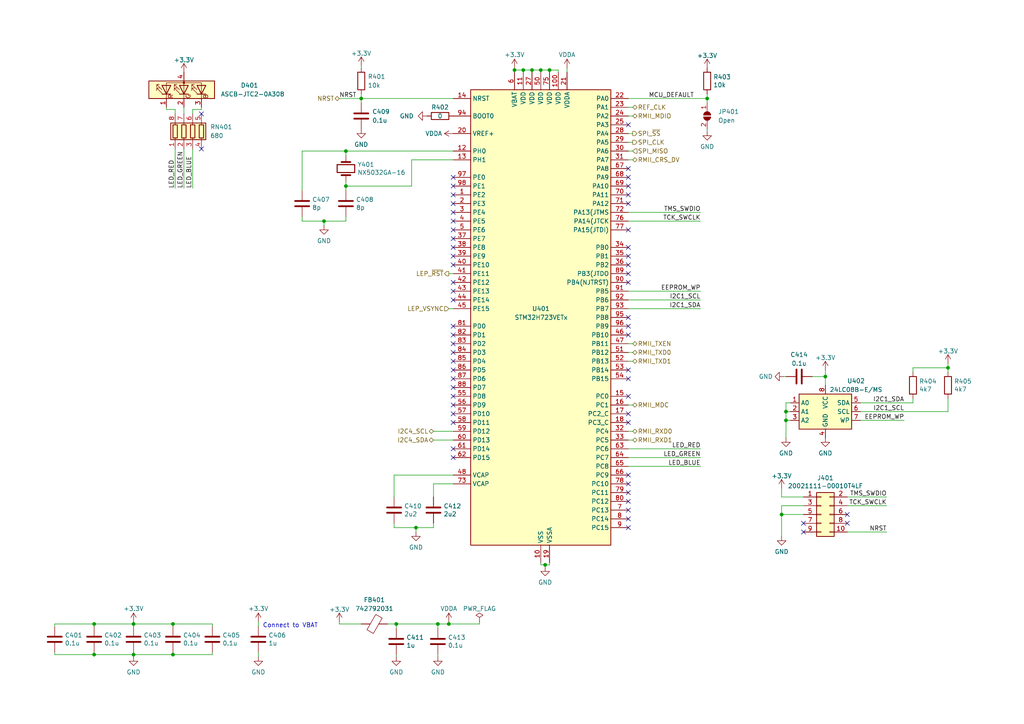
<source format=kicad_sch>
(kicad_sch (version 20231120) (generator "eeschema") (generator_version "8.0")
  (paper "A4")
  (lib_symbols
    (symbol "Connector_Generic:Conn_02x05_Odd_Even" (pin_names (offset 1.016) hide)
      (property "Reference" "J" (at 1.27 7.62 0))
      (property "Value" "Conn_02x05_Odd_Even" (at 1.27 -7.62 0))
      (symbol "Conn_02x05_Odd_Even_1_1"
        (rectangle (start -1.27 -4.953) (end 0 -5.207) (stroke (width 0.1524)))
        (rectangle (start -1.27 -2.413) (end 0 -2.667) (stroke (width 0.1524)))
        (rectangle (start -1.27 0.127) (end 0 -0.127) (stroke (width 0.1524)))
        (rectangle (start -1.27 2.667) (end 0 2.413) (stroke (width 0.1524)))
        (rectangle (start -1.27 5.207) (end 0 4.953) (stroke (width 0.1524)))
        (rectangle (start -1.27 6.35) (end 3.81 -6.35) (stroke (width 0.254)) (fill (type background)))
        (rectangle (start 3.81 -4.953) (end 2.54 -5.207) (stroke (width 0.1524)))
        (rectangle (start 3.81 -2.413) (end 2.54 -2.667) (stroke (width 0.1524)))
        (rectangle (start 3.81 0.127) (end 2.54 -0.127) (stroke (width 0.1524)))
        (rectangle (start 3.81 2.667) (end 2.54 2.413) (stroke (width 0.1524)))
        (rectangle (start 3.81 5.207) (end 2.54 4.953) (stroke (width 0.1524)))
        (pin passive line (at -5.08 5.08 0) (length 3.81) (name "Pin_1") (number "1"))
        (pin passive line (at 7.62 -5.08 180) (length 3.81) (name "Pin_10") (number "10"))
        (pin passive line (at 7.62 5.08 180) (length 3.81) (name "Pin_2") (number "2"))
        (pin passive line (at -5.08 2.54 0) (length 3.81) (name "Pin_3") (number "3"))
        (pin passive line (at 7.62 2.54 180) (length 3.81) (name "Pin_4") (number "4"))
        (pin passive line (at -5.08 0 0) (length 3.81) (name "Pin_5") (number "5"))
        (pin passive line (at 7.62 0 180) (length 3.81) (name "Pin_6") (number "6"))
        (pin passive line (at -5.08 -2.54 0) (length 3.81) (name "Pin_7") (number "7"))
        (pin passive line (at 7.62 -2.54 180) (length 3.81) (name "Pin_8") (number "8"))
        (pin passive line (at -5.08 -5.08 0) (length 3.81) (name "Pin_9") (number "9"))
      )
    )
    (symbol "Device:C" (pin_numbers hide) (pin_names (offset 0.254))
      (property "Reference" "C" (at 0.635 2.54 0))
      (property "Value" "C" (at 0.635 -2.54 0))
      (symbol "C_0_1"
        (polyline (pts (xy -2.032 -0.762) (xy 2.032 -0.762)) (stroke (width 0.508)))
        (polyline (pts (xy -2.032 0.762) (xy 2.032 0.762)) (stroke (width 0.508)))
      )
      (symbol "C_1_1"
        (pin passive line (at 0 3.81 270) (length 2.794) (name "~") (number "1"))
        (pin passive line (at 0 -3.81 90) (length 2.794) (name "~") (number "2"))
      )
    )
    (symbol "Device:Crystal" (pin_numbers hide) (pin_names (offset 1.016) hide)
      (property "Reference" "Y" (at 0 3.81 0))
      (property "Value" "Crystal" (at 0 -3.81 0))
      (symbol "Crystal_0_1"
        (rectangle (start -1.143 2.54) (end 1.143 -2.54) (stroke (width 0.3048)))
        (polyline (pts (xy -2.54 0) (xy -1.905 0)))
        (polyline (pts (xy -1.905 -1.27) (xy -1.905 1.27)) (stroke (width 0.508)))
        (polyline (pts (xy 1.905 -1.27) (xy 1.905 1.27)) (stroke (width 0.508)))
        (polyline (pts (xy 2.54 0) (xy 1.905 0)))
      )
      (symbol "Crystal_1_1"
        (pin passive line (at -3.81 0 0) (length 1.27) (name "1") (number "1"))
        (pin passive line (at 3.81 0 180) (length 1.27) (name "2") (number "2"))
      )
    )
    (symbol "Device:FerriteBead" (pin_numbers hide) (pin_names (offset 0))
      (property "Reference" "FB" (at -3.81 0.635 90))
      (property "Value" "FerriteBead" (at 3.81 0 90))
      (symbol "FerriteBead_0_1"
        (polyline (pts (xy 0 -1.27) (xy 0 -1.2192)))
        (polyline (pts (xy 0 1.27) (xy 0 1.2954)))
        (polyline (pts (xy -2.7686 0.4064) (xy -1.7018 2.2606) (xy 2.7686 -0.3048) (xy 1.6764 -2.159) (xy -2.7686 0.4064)))
      )
      (symbol "FerriteBead_1_1"
        (pin passive line (at 0 3.81 270) (length 2.54) (name "~") (number "1"))
        (pin passive line (at 0 -3.81 90) (length 2.54) (name "~") (number "2"))
      )
    )
    (symbol "Device:R" (pin_numbers hide) (pin_names (offset 0))
      (property "Reference" "R" (at 2.032 0 90))
      (property "Value" "R" (at 0 0 90))
      (symbol "R_0_1"
        (rectangle (start -1.016 -2.54) (end 1.016 2.54) (stroke (width 0.254)))
      )
      (symbol "R_1_1"
        (pin passive line (at 0 3.81 270) (length 1.27) (name "~") (number "1"))
        (pin passive line (at 0 -3.81 90) (length 1.27) (name "~") (number "2"))
      )
    )
    (symbol "Device:R_Pack04" (pin_names (offset 0) hide)
      (property "Reference" "RN" (at -7.62 0 90))
      (property "Value" "R_Pack04" (at 5.08 0 90))
      (symbol "R_Pack04_0_1"
        (rectangle (start -6.35 -2.413) (end 3.81 2.413) (stroke (width 0.254)) (fill (type background)))
        (rectangle (start -5.715 1.905) (end -4.445 -1.905) (stroke (width 0.254)))
        (rectangle (start -3.175 1.905) (end -1.905 -1.905) (stroke (width 0.254)))
        (rectangle (start -0.635 1.905) (end 0.635 -1.905) (stroke (width 0.254)))
        (polyline (pts (xy -5.08 -2.54) (xy -5.08 -1.905)))
        (polyline (pts (xy -5.08 1.905) (xy -5.08 2.54)))
        (polyline (pts (xy -2.54 -2.54) (xy -2.54 -1.905)))
        (polyline (pts (xy -2.54 1.905) (xy -2.54 2.54)))
        (polyline (pts (xy 0 -2.54) (xy 0 -1.905)))
        (polyline (pts (xy 0 1.905) (xy 0 2.54)))
        (polyline (pts (xy 2.54 -2.54) (xy 2.54 -1.905)))
        (polyline (pts (xy 2.54 1.905) (xy 2.54 2.54)))
        (rectangle (start 1.905 1.905) (end 3.175 -1.905) (stroke (width 0.254)))
      )
      (symbol "R_Pack04_1_1"
        (pin passive line (at -5.08 -5.08 90) (length 2.54) (name "R1.1") (number "1"))
        (pin passive line (at -2.54 -5.08 90) (length 2.54) (name "R2.1") (number "2"))
        (pin passive line (at 0 -5.08 90) (length 2.54) (name "R3.1") (number "3"))
        (pin passive line (at 2.54 -5.08 90) (length 2.54) (name "R4.1") (number "4"))
        (pin passive line (at 2.54 5.08 270) (length 2.54) (name "R4.2") (number "5"))
        (pin passive line (at 0 5.08 270) (length 2.54) (name "R3.2") (number "6"))
        (pin passive line (at -2.54 5.08 270) (length 2.54) (name "R2.2") (number "7"))
        (pin passive line (at -5.08 5.08 270) (length 2.54) (name "R1.2") (number "8"))
      )
    )
    (symbol "Jumper:SolderJumper_2_Open" (pin_names (offset 0) hide)
      (property "Reference" "JP" (at 0 2.032 0))
      (property "Value" "SolderJumper_2_Open" (at 0 -2.54 0))
      (symbol "SolderJumper_2_Open_0_1"
        (arc (start -0.254 1.016) (mid -1.2656 0) (end -0.254 -1.016))
        (arc (start -0.254 1.016) (mid -1.2656 0) (end -0.254 -1.016) (fill (type outline)))
        (polyline (pts (xy -0.254 1.016) (xy -0.254 -1.016)))
        (polyline (pts (xy 0.254 1.016) (xy 0.254 -1.016)))
        (arc (start 0.254 -1.016) (mid 1.2656 0) (end 0.254 1.016))
        (arc (start 0.254 -1.016) (mid 1.2656 0) (end 0.254 1.016) (fill (type outline)))
      )
      (symbol "SolderJumper_2_Open_1_1"
        (pin passive line (at -3.81 0 0) (length 2.54) (name "A") (number "1"))
        (pin passive line (at 3.81 0 180) (length 2.54) (name "B") (number "2"))
      )
    )
    (symbol "LED:ASMB-MTB1-0A3A2" (pin_names (offset 0) hide)
      (property "Reference" "D" (at 0 12.7 0))
      (property "Value" "ASMB-MTB1-0A3A2" (at 1.27 -11.43 0))
      (symbol "ASMB-MTB1-0A3A2_0_0"
        (text "B" (at -1.905 -6.35 0) (effects (font (size 1.27 1.27))))
        (text "G" (at -1.905 -1.27 0) (effects (font (size 1.27 1.27))))
        (text "R" (at -1.905 3.81 0) (effects (font (size 1.27 1.27))))
      )
      (symbol "ASMB-MTB1-0A3A2_0_1"
        (polyline (pts (xy -2.54 -5.08) (xy 1.27 -5.08)))
        (polyline (pts (xy -1.27 -3.81) (xy -1.27 -6.35)) (stroke (width 0.254)))
        (polyline (pts (xy -1.27 1.27) (xy -1.27 -1.27)) (stroke (width 0.254)))
        (polyline (pts (xy -1.27 6.35) (xy -1.27 3.81)) (stroke (width 0.254)))
        (polyline (pts (xy 1.27 5.08) (xy -2.54 5.08)))
        (polyline (pts (xy 2.54 0) (xy -2.54 0)))
        (polyline (pts (xy 1.27 -5.08) (xy 2.032 -5.08) (xy 2.032 5.08) (xy 1.27 5.08)))
        (polyline (pts (xy 1.27 -3.81) (xy 1.27 -6.35) (xy -1.27 -5.08) (xy 1.27 -3.81)) (stroke (width 0.254)))
        (polyline (pts (xy 1.27 1.27) (xy 1.27 -1.27) (xy -1.27 0) (xy 1.27 1.27)) (stroke (width 0.254)))
        (polyline (pts (xy 1.27 6.35) (xy 1.27 3.81) (xy -1.27 5.08) (xy 1.27 6.35)) (stroke (width 0.254)))
        (polyline (pts (xy -1.016 -3.81) (xy 0.508 -2.286) (xy -0.254 -2.286) (xy 0.508 -2.286) (xy 0.508 -3.048)))
        (polyline (pts (xy -1.016 1.27) (xy 0.508 2.794) (xy -0.254 2.794) (xy 0.508 2.794) (xy 0.508 2.032)))
        (polyline (pts (xy -1.016 6.35) (xy 0.508 7.874) (xy -0.254 7.874) (xy 0.508 7.874) (xy 0.508 7.112)))
        (polyline (pts (xy 0 -3.81) (xy 1.524 -2.286) (xy 0.762 -2.286) (xy 1.524 -2.286) (xy 1.524 -3.048)))
        (polyline (pts (xy 0 1.27) (xy 1.524 2.794) (xy 0.762 2.794) (xy 1.524 2.794) (xy 1.524 2.032)))
        (polyline (pts (xy 0 6.35) (xy 1.524 7.874) (xy 0.762 7.874) (xy 1.524 7.874) (xy 1.524 7.112)))
        (rectangle (start 1.27 6.35) (end 1.27 6.35))
        (circle (center 2.032 0) (radius 0.254) (fill (type outline)))
        (rectangle (start 2.54 -8.89) (end -2.54 10.16) (stroke (width 0.254)) (fill (type background)))
      )
      (symbol "ASMB-MTB1-0A3A2_1_1"
        (pin passive line (at -5.08 5.08 0) (length 2.54) (name "RK") (number "1"))
        (pin passive line (at -5.08 0 0) (length 2.54) (name "GK") (number "2"))
        (pin passive line (at -5.08 -5.08 0) (length 2.54) (name "BK") (number "3"))
        (pin passive line (at 5.08 0 180) (length 2.54) (name "A") (number "4"))
      )
    )
    (symbol "MCU_ST_STM32H7:STM32H723VETx"
      (property "Reference" "U" (at -20.32 67.31 0))
      (property "Value" "STM32H723VETx" (at 10.16 67.31 0))
      (symbol "STM32H723VETx_0_1"
        (rectangle (start -20.32 -66.04) (end 20.32 66.04) (stroke (width 0.254)) (fill (type background)))
      )
      (symbol "STM32H723VETx_1_1"
        (pin bidirectional line (at -25.4 35.56 0) (length 5.08) (name "PE2") (number "1"))
        (pin power_in line (at 0 -71.12 90) (length 5.08) (name "VSS") (number "10"))
        (pin power_in line (at 5.08 71.12 270) (length 5.08) (name "VDD") (number "100"))
        (pin power_in line (at -5.08 71.12 270) (length 5.08) (name "VDD") (number "11"))
        (pin bidirectional line (at -25.4 48.26 0) (length 5.08) (name "PH0") (number "12"))
        (pin bidirectional line (at -25.4 45.72 0) (length 5.08) (name "PH1") (number "13"))
        (pin input line (at -25.4 63.5 0) (length 5.08) (name "NRST") (number "14"))
        (pin bidirectional line (at 25.4 -22.86 180) (length 5.08) (name "PC0") (number "15"))
        (pin bidirectional line (at 25.4 -25.4 180) (length 5.08) (name "PC1") (number "16"))
        (pin bidirectional line (at 25.4 -27.94 180) (length 5.08) (name "PC2_C") (number "17"))
        (pin bidirectional line (at 25.4 -30.48 180) (length 5.08) (name "PC3_C") (number "18"))
        (pin power_in line (at 2.54 -71.12 90) (length 5.08) (name "VSSA") (number "19"))
        (pin bidirectional line (at -25.4 33.02 0) (length 5.08) (name "PE3") (number "2"))
        (pin input line (at -25.4 53.34 0) (length 5.08) (name "VREF+") (number "20"))
        (pin power_in line (at 7.62 71.12 270) (length 5.08) (name "VDDA") (number "21"))
        (pin bidirectional line (at 25.4 63.5 180) (length 5.08) (name "PA0") (number "22"))
        (pin bidirectional line (at 25.4 60.96 180) (length 5.08) (name "PA1") (number "23"))
        (pin bidirectional line (at 25.4 58.42 180) (length 5.08) (name "PA2") (number "24"))
        (pin bidirectional line (at 25.4 55.88 180) (length 5.08) (name "PA3") (number "25"))
        (pin passive line (at 0 -71.12 90) (length 5.08) hide (name "VSS") (number "26"))
        (pin power_in line (at -2.54 71.12 270) (length 5.08) (name "VDD") (number "27"))
        (pin bidirectional line (at 25.4 53.34 180) (length 5.08) (name "PA4") (number "28"))
        (pin bidirectional line (at 25.4 50.8 180) (length 5.08) (name "PA5") (number "29"))
        (pin bidirectional line (at -25.4 30.48 0) (length 5.08) (name "PE4") (number "3"))
        (pin bidirectional line (at 25.4 48.26 180) (length 5.08) (name "PA6") (number "30"))
        (pin bidirectional line (at 25.4 45.72 180) (length 5.08) (name "PA7") (number "31"))
        (pin bidirectional line (at 25.4 -33.02 180) (length 5.08) (name "PC4") (number "32"))
        (pin bidirectional line (at 25.4 -35.56 180) (length 5.08) (name "PC5") (number "33"))
        (pin bidirectional line (at 25.4 20.32 180) (length 5.08) (name "PB0") (number "34"))
        (pin bidirectional line (at 25.4 17.78 180) (length 5.08) (name "PB1") (number "35"))
        (pin bidirectional line (at 25.4 15.24 180) (length 5.08) (name "PB2") (number "36"))
        (pin bidirectional line (at -25.4 22.86 0) (length 5.08) (name "PE7") (number "37"))
        (pin bidirectional line (at -25.4 20.32 0) (length 5.08) (name "PE8") (number "38"))
        (pin bidirectional line (at -25.4 17.78 0) (length 5.08) (name "PE9") (number "39"))
        (pin bidirectional line (at -25.4 27.94 0) (length 5.08) (name "PE5") (number "4"))
        (pin bidirectional line (at -25.4 15.24 0) (length 5.08) (name "PE10") (number "40"))
        (pin bidirectional line (at -25.4 12.7 0) (length 5.08) (name "PE11") (number "41"))
        (pin bidirectional line (at -25.4 10.16 0) (length 5.08) (name "PE12") (number "42"))
        (pin bidirectional line (at -25.4 7.62 0) (length 5.08) (name "PE13") (number "43"))
        (pin bidirectional line (at -25.4 5.08 0) (length 5.08) (name "PE14") (number "44"))
        (pin bidirectional line (at -25.4 2.54 0) (length 5.08) (name "PE15") (number "45"))
        (pin bidirectional line (at 25.4 -5.08 180) (length 5.08) (name "PB10") (number "46"))
        (pin bidirectional line (at 25.4 -7.62 180) (length 5.08) (name "PB11") (number "47"))
        (pin power_out line (at -25.4 -45.72 0) (length 5.08) (name "VCAP") (number "48"))
        (pin passive line (at 0 -71.12 90) (length 5.08) hide (name "VSS") (number "49"))
        (pin bidirectional line (at -25.4 25.4 0) (length 5.08) (name "PE6") (number "5"))
        (pin power_in line (at 0 71.12 270) (length 5.08) (name "VDD") (number "50"))
        (pin bidirectional line (at 25.4 -10.16 180) (length 5.08) (name "PB12") (number "51"))
        (pin bidirectional line (at 25.4 -12.7 180) (length 5.08) (name "PB13") (number "52"))
        (pin bidirectional line (at 25.4 -15.24 180) (length 5.08) (name "PB14") (number "53"))
        (pin bidirectional line (at 25.4 -17.78 180) (length 5.08) (name "PB15") (number "54"))
        (pin bidirectional line (at -25.4 -22.86 0) (length 5.08) (name "PD8") (number "55"))
        (pin bidirectional line (at -25.4 -25.4 0) (length 5.08) (name "PD9") (number "56"))
        (pin bidirectional line (at -25.4 -27.94 0) (length 5.08) (name "PD10") (number "57"))
        (pin bidirectional line (at -25.4 -30.48 0) (length 5.08) (name "PD11") (number "58"))
        (pin bidirectional line (at -25.4 -33.02 0) (length 5.08) (name "PD12") (number "59"))
        (pin power_in line (at -7.62 71.12 270) (length 5.08) (name "VBAT") (number "6"))
        (pin bidirectional line (at -25.4 -35.56 0) (length 5.08) (name "PD13") (number "60"))
        (pin bidirectional line (at -25.4 -38.1 0) (length 5.08) (name "PD14") (number "61"))
        (pin bidirectional line (at -25.4 -40.64 0) (length 5.08) (name "PD15") (number "62"))
        (pin bidirectional line (at 25.4 -38.1 180) (length 5.08) (name "PC6") (number "63"))
        (pin bidirectional line (at 25.4 -40.64 180) (length 5.08) (name "PC7") (number "64"))
        (pin bidirectional line (at 25.4 -43.18 180) (length 5.08) (name "PC8") (number "65"))
        (pin bidirectional line (at 25.4 -45.72 180) (length 5.08) (name "PC9") (number "66"))
        (pin bidirectional line (at 25.4 43.18 180) (length 5.08) (name "PA8") (number "67"))
        (pin bidirectional line (at 25.4 40.64 180) (length 5.08) (name "PA9") (number "68"))
        (pin bidirectional line (at 25.4 38.1 180) (length 5.08) (name "PA10") (number "69"))
        (pin bidirectional line (at 25.4 -55.88 180) (length 5.08) (name "PC13") (number "7"))
        (pin bidirectional line (at 25.4 35.56 180) (length 5.08) (name "PA11") (number "70"))
        (pin bidirectional line (at 25.4 33.02 180) (length 5.08) (name "PA12") (number "71"))
        (pin bidirectional line (at 25.4 30.48 180) (length 5.08) (name "PA13(JTMS") (number "72"))
        (pin power_out line (at -25.4 -48.26 0) (length 5.08) (name "VCAP") (number "73"))
        (pin passive line (at 0 -71.12 90) (length 5.08) hide (name "VSS") (number "74"))
        (pin power_in line (at 2.54 71.12 270) (length 5.08) (name "VDD") (number "75"))
        (pin bidirectional line (at 25.4 27.94 180) (length 5.08) (name "PA14(JTCK") (number "76"))
        (pin bidirectional line (at 25.4 25.4 180) (length 5.08) (name "PA15(JTDI)") (number "77"))
        (pin bidirectional line (at 25.4 -48.26 180) (length 5.08) (name "PC10") (number "78"))
        (pin bidirectional line (at 25.4 -50.8 180) (length 5.08) (name "PC11") (number "79"))
        (pin bidirectional line (at 25.4 -58.42 180) (length 5.08) (name "PC14") (number "8"))
        (pin bidirectional line (at 25.4 -53.34 180) (length 5.08) (name "PC12") (number "80"))
        (pin bidirectional line (at -25.4 -2.54 0) (length 5.08) (name "PD0") (number "81"))
        (pin bidirectional line (at -25.4 -5.08 0) (length 5.08) (name "PD1") (number "82"))
        (pin bidirectional line (at -25.4 -7.62 0) (length 5.08) (name "PD2") (number "83"))
        (pin bidirectional line (at -25.4 -10.16 0) (length 5.08) (name "PD3") (number "84"))
        (pin bidirectional line (at -25.4 -12.7 0) (length 5.08) (name "PD4") (number "85"))
        (pin bidirectional line (at -25.4 -15.24 0) (length 5.08) (name "PD5") (number "86"))
        (pin bidirectional line (at -25.4 -17.78 0) (length 5.08) (name "PD6") (number "87"))
        (pin bidirectional line (at -25.4 -20.32 0) (length 5.08) (name "PD7") (number "88"))
        (pin bidirectional line (at 25.4 12.7 180) (length 5.08) (name "PB3(JTDO") (number "89"))
        (pin bidirectional line (at 25.4 -60.96 180) (length 5.08) (name "PC15") (number "9"))
        (pin bidirectional line (at 25.4 10.16 180) (length 5.08) (name "PB4(NJTRST)") (number "90"))
        (pin bidirectional line (at 25.4 7.62 180) (length 5.08) (name "PB5") (number "91"))
        (pin bidirectional line (at 25.4 5.08 180) (length 5.08) (name "PB6") (number "92"))
        (pin bidirectional line (at 25.4 2.54 180) (length 5.08) (name "PB7") (number "93"))
        (pin input line (at -25.4 58.42 0) (length 5.08) (name "BOOT0") (number "94"))
        (pin bidirectional line (at 25.4 0 180) (length 5.08) (name "PB8") (number "95"))
        (pin bidirectional line (at 25.4 -2.54 180) (length 5.08) (name "PB9") (number "96"))
        (pin bidirectional line (at -25.4 40.64 0) (length 5.08) (name "PE0") (number "97"))
        (pin bidirectional line (at -25.4 38.1 0) (length 5.08) (name "PE1") (number "98"))
        (pin passive line (at 0 -71.12 90) (length 5.08) hide (name "VSS") (number "99"))
      )
    )
    (symbol "Memory_EEPROM:24LC08"
      (property "Reference" "U" (at -6.35 6.35 0))
      (property "Value" "24LC08" (at 1.27 6.35 0))
      (symbol "24LC08_1_1"
        (rectangle (start -7.62 5.08) (end 7.62 -5.08) (stroke (width 0.254)) (fill (type background)))
        (pin input line (at -10.16 2.54 0) (length 2.54) (name "A0") (number "1"))
        (pin input line (at -10.16 0 0) (length 2.54) (name "A1") (number "2"))
        (pin input line (at -10.16 -2.54 0) (length 2.54) (name "A2") (number "3"))
        (pin power_in line (at 0 -7.62 90) (length 2.54) (name "GND") (number "4"))
        (pin bidirectional line (at 10.16 2.54 180) (length 2.54) (name "SDA") (number "5"))
        (pin input line (at 10.16 0 180) (length 2.54) (name "SCL") (number "6"))
        (pin input line (at 10.16 -2.54 180) (length 2.54) (name "WP") (number "7"))
        (pin power_in line (at 0 7.62 270) (length 2.54) (name "VCC") (number "8"))
      )
    )
    (symbol "power:+3.3V" (power) (pin_names (offset 0))
      (property "Value" "+3.3V" (at 0 3.556 0))
      (symbol "+3.3V_0_1"
        (polyline (pts (xy -0.762 1.27) (xy 0 2.54)))
        (polyline (pts (xy 0 0) (xy 0 2.54)))
        (polyline (pts (xy 0 2.54) (xy 0.762 1.27)))
      )
      (symbol "+3.3V_1_1"
        (pin power_in line (at 0 0 90) (length 0) hide (name "+3.3V") (number "1"))
      )
    )
    (symbol "power:GND" (power) (pin_names (offset 0))
      (property "Value" "GND" (at 0 -3.81 0))
      (symbol "GND_0_1"
        (polyline (pts (xy 0 0) (xy 0 -1.27) (xy 1.27 -1.27) (xy 0 -2.54) (xy -1.27 -1.27) (xy 0 -1.27)))
      )
      (symbol "GND_1_1"
        (pin power_in line (at 0 0 270) (length 0) hide (name "GND") (number "1"))
      )
    )
    (symbol "power:PWR_FLAG" (power) (pin_numbers hide) (pin_names (offset 0) hide)
      (property "Value" "PWR_FLAG" (at 0 3.81 0))
      (symbol "PWR_FLAG_0_0"
        (pin power_out line (at 0 0 90) (length 0) (name "pwr") (number "1"))
      )
      (symbol "PWR_FLAG_0_1"
        (polyline (pts (xy 0 0) (xy 0 1.27) (xy -1.016 1.905) (xy 0 2.54) (xy 1.016 1.905) (xy 0 1.27)))
      )
    )
    (symbol "power:VDDA" (power) (pin_names (offset 0))
      (property "Value" "VDDA" (at 0 3.81 0))
      (symbol "VDDA_0_1"
        (polyline (pts (xy -0.762 1.27) (xy 0 2.54)))
        (polyline (pts (xy 0 0) (xy 0 2.54)))
        (polyline (pts (xy 0 2.54) (xy 0.762 1.27)))
      )
      (symbol "VDDA_1_1"
        (pin power_in line (at 0 0 90) (length 0) hide (name "VDDA") (number "1"))
      )
    )
  )
  (junction (at 38.735 180.975))
  (junction (at 50.165 189.865))
  (junction (at 156.845 20.32))
  (junction (at 227.965 119.38))
  (junction (at 127 180.975))
  (junction (at 104.775 28.575))
  (junction (at 159.385 20.32))
  (junction (at 227.965 121.92))
  (junction (at 158.115 163.83))
  (junction (at 27.305 189.865))
  (junction (at 120.65 153.035))
  (junction (at 130.175 180.975))
  (junction (at 93.98 64.135))
  (junction (at 151.765 20.32))
  (junction (at 274.955 106.68))
  (junction (at 100.33 53.975))
  (junction (at 226.695 149.225))
  (junction (at 38.735 189.865))
  (junction (at 114.935 180.975))
  (junction (at 50.165 180.975))
  (junction (at 27.305 180.975))
  (junction (at 100.33 43.815))
  (junction (at 239.395 109.22))
  (junction (at 149.225 20.32))
  (junction (at 205.105 28.575))
  (junction (at 154.305 20.32))
  (no_connect (at 182.245 56.515))
  (no_connect (at 182.245 74.295))
  (no_connect (at 131.445 51.435))
  (no_connect (at 182.245 59.055))
  (no_connect (at 131.445 53.975))
  (no_connect (at 245.745 151.765))
  (no_connect (at 182.245 107.315))
  (no_connect (at 182.245 97.155))
  (no_connect (at 131.445 107.315))
  (no_connect (at 131.445 99.695))
  (no_connect (at 182.245 109.855))
  (no_connect (at 182.245 66.675))
  (no_connect (at 233.045 154.305))
  (no_connect (at 182.245 145.415))
  (no_connect (at 182.245 92.075))
  (no_connect (at 182.245 48.895))
  (no_connect (at 131.445 104.775))
  (no_connect (at 182.245 79.375))
  (no_connect (at 131.445 61.595))
  (no_connect (at 131.445 71.755))
  (no_connect (at 131.445 102.235))
  (no_connect (at 131.445 66.675))
  (no_connect (at 131.445 112.395))
  (no_connect (at 182.245 53.975))
  (no_connect (at 182.245 137.795))
  (no_connect (at 131.445 69.215))
  (no_connect (at 182.245 142.875))
  (no_connect (at 182.245 147.955))
  (no_connect (at 182.245 114.935))
  (no_connect (at 131.445 76.835))
  (no_connect (at 131.445 59.055))
  (no_connect (at 131.445 64.135))
  (no_connect (at 182.245 51.435))
  (no_connect (at 131.445 122.555))
  (no_connect (at 182.245 36.195))
  (no_connect (at 131.445 114.935))
  (no_connect (at 58.42 43.18))
  (no_connect (at 131.445 81.915))
  (no_connect (at 131.445 74.295))
  (no_connect (at 182.245 150.495))
  (no_connect (at 245.745 149.225))
  (no_connect (at 131.445 109.855))
  (no_connect (at 182.245 76.835))
  (no_connect (at 131.445 117.475))
  (no_connect (at 182.245 122.555))
  (no_connect (at 58.42 33.02))
  (no_connect (at 182.245 71.755))
  (no_connect (at 182.245 153.035))
  (no_connect (at 131.445 94.615))
  (no_connect (at 131.445 56.515))
  (no_connect (at 182.245 94.615))
  (no_connect (at 131.445 130.175))
  (no_connect (at 182.245 140.335))
  (no_connect (at 131.445 120.015))
  (no_connect (at 182.245 120.015))
  (no_connect (at 131.445 97.155))
  (no_connect (at 131.445 86.995))
  (no_connect (at 131.445 84.455))
  (no_connect (at 182.245 81.915))
  (no_connect (at 131.445 132.715))
  (no_connect (at 233.045 151.765))
  (wire (pts (xy 38.735 189.23) (xy 38.735 189.865)))
  (wire (pts (xy 61.595 181.61) (xy 61.595 180.975)))
  (wire (pts (xy 50.165 180.975) (xy 38.735 180.975)))
  (wire (pts (xy 151.765 20.32) (xy 154.305 20.32)))
  (wire (pts (xy 182.245 132.715) (xy 203.2 132.715)))
  (wire (pts (xy 183.515 43.815) (xy 182.245 43.815)))
  (wire (pts (xy 158.115 163.83) (xy 158.115 164.465)))
  (wire (pts (xy 264.795 107.95) (xy 264.795 106.68)))
  (wire (pts (xy 53.34 31.115) (xy 53.34 33.02)))
  (wire (pts (xy 156.845 163.83) (xy 158.115 163.83)))
  (wire (pts (xy 104.775 28.575) (xy 131.445 28.575)))
  (wire (pts (xy 38.735 180.975) (xy 27.305 180.975)))
  (wire (pts (xy 27.305 180.975) (xy 27.305 181.61)))
  (wire (pts (xy 205.105 29.845) (xy 205.105 28.575)))
  (wire (pts (xy 182.245 46.355) (xy 183.515 46.355)))
  (wire (pts (xy 239.395 109.22) (xy 239.395 111.76)))
  (wire (pts (xy 156.845 163.195) (xy 156.845 163.83)))
  (wire (pts (xy 227.965 127) (xy 227.965 121.92)))
  (wire (pts (xy 27.305 180.975) (xy 15.875 180.975)))
  (wire (pts (xy 50.165 189.865) (xy 61.595 189.865)))
  (wire (pts (xy 125.73 140.335) (xy 131.445 140.335)))
  (wire (pts (xy 233.045 149.225) (xy 226.695 149.225)))
  (wire (pts (xy 74.93 180.34) (xy 74.93 181.61)))
  (wire (pts (xy 104.775 19.05) (xy 104.775 19.685)))
  (wire (pts (xy 151.765 20.32) (xy 151.765 20.955)))
  (wire (pts (xy 182.245 117.475) (xy 183.515 117.475)))
  (wire (pts (xy 58.42 31.75) (xy 55.88 31.75)))
  (wire (pts (xy 182.245 125.095) (xy 183.515 125.095)))
  (wire (pts (xy 249.555 116.84) (xy 264.795 116.84)))
  (wire (pts (xy 55.88 31.75) (xy 55.88 33.02)))
  (wire (pts (xy 127 180.975) (xy 127 182.245)))
  (wire (pts (xy 120.65 153.035) (xy 125.73 153.035)))
  (wire (pts (xy 249.555 121.92) (xy 262.255 121.92)))
  (wire (pts (xy 100.33 64.135) (xy 100.33 62.865)))
  (wire (pts (xy 274.955 105.41) (xy 274.955 106.68)))
  (wire (pts (xy 93.98 64.135) (xy 100.33 64.135)))
  (wire (pts (xy 50.8 43.18) (xy 50.8 54.61)))
  (wire (pts (xy 38.735 189.865) (xy 38.735 190.5)))
  (wire (pts (xy 149.225 20.955) (xy 149.225 20.32)))
  (wire (pts (xy 182.245 33.655) (xy 183.515 33.655)))
  (wire (pts (xy 226.695 149.225) (xy 226.695 146.685)))
  (wire (pts (xy 235.585 109.22) (xy 239.395 109.22)))
  (wire (pts (xy 130.175 89.535) (xy 131.445 89.535)))
  (wire (pts (xy 182.245 99.695) (xy 183.515 99.695)))
  (wire (pts (xy 182.245 104.775) (xy 183.515 104.775)))
  (wire (pts (xy 130.175 180.34) (xy 130.175 180.975)))
  (wire (pts (xy 100.33 43.815) (xy 87.63 43.815)))
  (wire (pts (xy 182.245 127.635) (xy 183.515 127.635)))
  (wire (pts (xy 98.425 180.975) (xy 104.775 180.975)))
  (wire (pts (xy 127 180.975) (xy 130.175 180.975)))
  (wire (pts (xy 183.515 102.235) (xy 182.245 102.235)))
  (wire (pts (xy 125.73 140.335) (xy 125.73 144.145)))
  (wire (pts (xy 149.225 20.32) (xy 151.765 20.32)))
  (wire (pts (xy 15.875 189.23) (xy 15.875 189.865)))
  (wire (pts (xy 98.425 180.34) (xy 98.425 180.975)))
  (wire (pts (xy 119.38 46.355) (xy 119.38 53.975)))
  (wire (pts (xy 131.445 46.355) (xy 119.38 46.355)))
  (wire (pts (xy 227.965 119.38) (xy 227.965 121.92)))
  (wire (pts (xy 159.385 163.195) (xy 159.385 163.83)))
  (wire (pts (xy 125.73 125.095) (xy 131.445 125.095)))
  (wire (pts (xy 227.965 121.92) (xy 229.235 121.92)))
  (wire (pts (xy 245.745 146.685) (xy 257.175 146.685)))
  (wire (pts (xy 182.245 130.175) (xy 203.2 130.175)))
  (wire (pts (xy 226.695 141.605) (xy 226.695 144.145)))
  (wire (pts (xy 125.73 127.635) (xy 131.445 127.635)))
  (wire (pts (xy 50.165 180.975) (xy 50.165 181.61)))
  (wire (pts (xy 114.3 137.795) (xy 131.445 137.795)))
  (wire (pts (xy 87.63 62.865) (xy 87.63 64.135)))
  (wire (pts (xy 38.735 180.975) (xy 38.735 181.61)))
  (wire (pts (xy 205.105 28.575) (xy 182.245 28.575)))
  (wire (pts (xy 245.745 144.145) (xy 257.175 144.145)))
  (wire (pts (xy 226.695 146.685) (xy 233.045 146.685)))
  (wire (pts (xy 156.845 20.32) (xy 159.385 20.32)))
  (wire (pts (xy 182.245 86.995) (xy 203.2 86.995)))
  (wire (pts (xy 164.465 19.685) (xy 164.465 20.955)))
  (wire (pts (xy 205.105 37.465) (xy 205.105 38.1)))
  (wire (pts (xy 48.26 31.115) (xy 48.26 31.75)))
  (wire (pts (xy 264.795 116.84) (xy 264.795 115.57)))
  (wire (pts (xy 100.33 52.705) (xy 100.33 53.975)))
  (wire (pts (xy 127 190.5) (xy 127 189.865)))
  (wire (pts (xy 159.385 20.32) (xy 159.385 20.955)))
  (wire (pts (xy 182.245 89.535) (xy 203.2 89.535)))
  (wire (pts (xy 120.65 154.305) (xy 120.65 153.035)))
  (wire (pts (xy 114.3 153.035) (xy 120.65 153.035)))
  (wire (pts (xy 104.775 28.575) (xy 104.775 29.845)))
  (wire (pts (xy 114.3 151.765) (xy 114.3 153.035)))
  (wire (pts (xy 50.8 31.75) (xy 50.8 33.02)))
  (wire (pts (xy 55.88 43.18) (xy 55.88 54.61)))
  (wire (pts (xy 274.955 119.38) (xy 274.955 115.57)))
  (wire (pts (xy 149.225 19.685) (xy 149.225 20.32)))
  (wire (pts (xy 114.935 180.975) (xy 112.395 180.975)))
  (wire (pts (xy 245.745 154.305) (xy 257.175 154.305)))
  (wire (pts (xy 98.425 28.575) (xy 104.775 28.575)))
  (wire (pts (xy 274.955 106.68) (xy 274.955 107.95)))
  (wire (pts (xy 87.63 64.135) (xy 93.98 64.135)))
  (wire (pts (xy 183.515 38.735) (xy 182.245 38.735)))
  (wire (pts (xy 239.395 107.315) (xy 239.395 109.22)))
  (wire (pts (xy 182.245 31.115) (xy 183.515 31.115)))
  (wire (pts (xy 139.065 180.975) (xy 139.065 180.34)))
  (wire (pts (xy 229.235 119.38) (xy 227.965 119.38)))
  (wire (pts (xy 158.115 163.83) (xy 159.385 163.83)))
  (wire (pts (xy 114.935 180.975) (xy 114.935 182.245)))
  (wire (pts (xy 183.515 41.275) (xy 182.245 41.275)))
  (wire (pts (xy 61.595 180.975) (xy 50.165 180.975)))
  (wire (pts (xy 119.38 53.975) (xy 100.33 53.975)))
  (wire (pts (xy 229.235 116.84) (xy 227.965 116.84)))
  (wire (pts (xy 53.34 43.18) (xy 53.34 54.61)))
  (wire (pts (xy 227.965 116.84) (xy 227.965 119.38)))
  (wire (pts (xy 182.245 61.595) (xy 203.2 61.595)))
  (wire (pts (xy 38.735 180.34) (xy 38.735 180.975)))
  (wire (pts (xy 114.935 180.975) (xy 127 180.975)))
  (wire (pts (xy 226.695 144.145) (xy 233.045 144.145)))
  (wire (pts (xy 156.845 20.32) (xy 156.845 20.955)))
  (wire (pts (xy 58.42 31.115) (xy 58.42 31.75)))
  (wire (pts (xy 227.33 109.22) (xy 227.965 109.22)))
  (wire (pts (xy 100.33 45.085) (xy 100.33 43.815)))
  (wire (pts (xy 27.305 189.23) (xy 27.305 189.865)))
  (wire (pts (xy 264.795 106.68) (xy 274.955 106.68)))
  (wire (pts (xy 61.595 189.865) (xy 61.595 189.23)))
  (wire (pts (xy 205.105 28.575) (xy 205.105 27.305)))
  (wire (pts (xy 15.875 189.865) (xy 27.305 189.865)))
  (wire (pts (xy 114.935 190.5) (xy 114.935 189.865)))
  (wire (pts (xy 15.875 180.975) (xy 15.875 181.61)))
  (wire (pts (xy 100.33 43.815) (xy 131.445 43.815)))
  (wire (pts (xy 50.165 189.23) (xy 50.165 189.865)))
  (wire (pts (xy 154.305 20.32) (xy 156.845 20.32)))
  (wire (pts (xy 249.555 119.38) (xy 274.955 119.38)))
  (wire (pts (xy 87.63 43.815) (xy 87.63 55.245)))
  (wire (pts (xy 27.305 189.865) (xy 38.735 189.865)))
  (wire (pts (xy 125.73 153.035) (xy 125.73 151.765)))
  (wire (pts (xy 38.735 189.865) (xy 50.165 189.865)))
  (wire (pts (xy 74.93 189.23) (xy 74.93 190.5)))
  (wire (pts (xy 161.925 20.32) (xy 161.925 20.955)))
  (wire (pts (xy 114.3 137.795) (xy 114.3 144.145)))
  (wire (pts (xy 48.26 31.75) (xy 50.8 31.75)))
  (wire (pts (xy 154.305 20.32) (xy 154.305 20.955)))
  (wire (pts (xy 159.385 20.32) (xy 161.925 20.32)))
  (wire (pts (xy 100.33 53.975) (xy 100.33 55.245)))
  (wire (pts (xy 182.245 84.455) (xy 203.2 84.455)))
  (wire (pts (xy 203.2 135.255) (xy 182.245 135.255)))
  (wire (pts (xy 130.175 79.375) (xy 131.445 79.375)))
  (wire (pts (xy 93.98 65.405) (xy 93.98 64.135)))
  (wire (pts (xy 226.695 155.575) (xy 226.695 149.225)))
  (wire (pts (xy 130.175 180.975) (xy 139.065 180.975)))
  (wire (pts (xy 182.245 64.135) (xy 203.2 64.135)))
  (wire (pts (xy 104.775 27.305) (xy 104.775 28.575)))
  (text "Connect to VBAT" (at 76.2 182.245 0) (effects (font (size 1.27 1.27)) (justify left bottom)))
  (label "I2C1_SDA" (at 203.2 89.535 180))
  (label "LED_RED" (at 50.8 54.61 90))
  (label "TCK_SWCLK" (at 203.2 64.135 180))
  (label "I2C1_SDA" (at 262.255 116.84 180))
  (label "LED_BLUE" (at 203.2 135.255 180))
  (label "TCK_SWCLK" (at 257.175 146.685 180))
  (label "I2C1_SCL" (at 262.255 119.38 180))
  (label "EEPROM_WP" (at 262.255 121.92 180))
  (label "LED_GREEN" (at 53.34 54.61 90))
  (label "LED_GREEN" (at 203.2 132.715 180))
  (label "LED_RED" (at 203.2 130.175 180))
  (label "LED_BLUE" (at 55.88 54.61 90))
  (label "I2C1_SCL" (at 203.2 86.995 180))
  (label "EEPROM_WP" (at 203.2 84.455 180))
  (label "NRST" (at 257.175 154.305 180))
  (label "TMS_SWDIO" (at 203.2 61.595 180))
  (label "TMS_SWDIO" (at 257.175 144.145 180))
  (label "NRST" (at 98.425 28.575 0))
  (label "MCU_DEFAULT" (at 201.295 28.575 180))
  (hierarchical_label "LEP_~{RST}" (shape output) (at 130.175 79.375 180))
  (hierarchical_label "RMII_MDC" (shape bidirectional) (at 183.515 117.475 0))
  (hierarchical_label "RMII_MDIO" (shape bidirectional) (at 183.515 33.655 0))
  (hierarchical_label "RMII_TXD1" (shape bidirectional) (at 183.515 104.775 0))
  (hierarchical_label "REF_CLK" (shape bidirectional) (at 183.515 31.115 0))
  (hierarchical_label "RMII_TXEN" (shape bidirectional) (at 183.515 99.695 0))
  (hierarchical_label "I2C4_SCL" (shape bidirectional) (at 125.73 125.095 180))
  (hierarchical_label "LEP_VSYNC" (shape input) (at 130.175 89.535 180))
  (hierarchical_label "RMII_TXD0" (shape bidirectional) (at 183.515 102.235 0))
  (hierarchical_label "NRST" (shape bidirectional) (at 98.425 28.575 180))
  (hierarchical_label "SPI_~{SS}" (shape output) (at 183.515 38.735 0))
  (hierarchical_label "RMII_CRS_DV" (shape bidirectional) (at 183.515 46.355 0))
  (hierarchical_label "SPI_MISO" (shape input) (at 183.515 43.815 0))
  (hierarchical_label "SPI_CLK" (shape output) (at 183.515 41.275 0))
  (hierarchical_label "RMII_RXD0" (shape bidirectional) (at 183.515 125.095 0))
  (hierarchical_label "I2C4_SDA" (shape bidirectional) (at 125.73 127.635 180))
  (hierarchical_label "RMII_RXD1" (shape bidirectional) (at 183.515 127.635 0))
  (symbol (lib_id "power:VDDA") (at 164.465 19.685 0) (unit 1)
    (property "Reference" "#PWR0418" (effects (hide yes)))
    (property "Value" "VDDA" (at 164.465 15.875 0))
  )
  (symbol (lib_id "LED:ASMB-MTB1-0A3A2") (at 53.34 26.035 90) (unit 1)
    (property "Reference" "D401" (at 74.93 24.765 90) (effects (justify left)))
    (property "Value" "ASCB-JTC2-0A308" (at 82.55 27.305 90) (effects (justify left)))
    (property "Footprint" "LED_SMD:LED_Avago_PLCC4_3.2x2.8mm_CW" (effects (hide yes)))
    (property "Datasheet" "https://docs.broadcom.com/docs/AV02-4194EN" (effects (hide yes)))
  )
  (symbol (lib_id "Device:C") (at 15.875 185.42 0) (unit 1)
    (property "Reference" "C401" (at 18.796 184.2516 0) (effects (justify left)))
    (property "Value" "0.1u" (at 18.796 186.563 0) (effects (justify left)))
    (property "Footprint" "Capacitor_SMD:C_0603_1608Metric_Pad1.08x0.95mm_HandSolder" (effects (hide yes)))
  )
  (symbol (lib_id "power:GND") (at 227.965 127 0) (unit 1)
    (property "Reference" "#PWR0424" (effects (hide yes)))
    (property "Value" "GND" (at 227.965 131.445 0))
  )
  (symbol (lib_id "power:GND") (at 127 190.5 0) (unit 1)
    (property "Reference" "#PWR0413" (effects (hide yes)))
    (property "Value" "GND" (at 127 194.945 0))
  )
  (symbol (lib_id "Device:Crystal") (at 100.33 48.895 270) (unit 1)
    (property "Reference" "Y401" (at 103.6574 47.7266 90) (effects (justify left)))
    (property "Value" "NX5032GA-16" (at 103.6574 50.038 90) (effects (justify left)))
    (property "Footprint" "ETH1IRCAM1:NX5032GA" (effects (hide yes)))
  )
  (symbol (lib_id "MCU_ST_STM32H7:STM32H723VETx") (at 156.845 92.075 0) (unit 1)
    (property "Reference" "U401" (at 154.305 89.535 0) (effects (justify left)))
    (property "Value" "STM32H723VETx" (at 149.225 92.075 0) (effects (justify left)))
    (property "Footprint" "Package_QFP:LQFP-100_14x14mm_P0.5mm" (effects (hide yes)))
    (property "Datasheet" "https://www.st.com/resource/en/datasheet/stm32h723ve.pdf" (effects (hide yes)))
  )
  (symbol (lib_id "Device:FerriteBead") (at 108.585 180.975 270) (unit 1)
    (property "Reference" "FB401" (at 108.585 173.99 90))
    (property "Value" "742792031" (at 108.585 176.53 90))
    (property "Footprint" "Inductor_SMD:L_0805_2012Metric_Pad1.05x1.20mm_HandSolder" (effects (hide yes)))
  )
  (symbol (lib_id "Device:C") (at 125.73 147.955 0) (unit 1)
    (property "Reference" "C412" (at 128.651 146.7866 0) (effects (justify left)))
    (property "Value" "2u2" (at 128.651 149.098 0) (effects (justify left)))
    (property "Footprint" "Capacitor_SMD:C_0603_1608Metric_Pad1.08x0.95mm_HandSolder" (effects (hide yes)))
  )
  (symbol (lib_id "power:GND") (at 123.825 33.655 270) (unit 1)
    (property "Reference" "#PWR0412" (effects (hide yes)))
    (property "Value" "GND" (at 120.015 33.655 90) (effects (justify right)))
  )
  (symbol (lib_id "Device:C") (at 38.735 185.42 0) (unit 1)
    (property "Reference" "C403" (at 41.656 184.2516 0) (effects (justify left)))
    (property "Value" "0.1u" (at 41.656 186.563 0) (effects (justify left)))
    (property "Footprint" "Capacitor_SMD:C_0603_1608Metric_Pad1.08x0.95mm_HandSolder" (effects (hide yes)))
  )
  (symbol (lib_id "power:GND") (at 38.735 190.5 0) (unit 1)
    (property "Reference" "#PWR0402" (effects (hide yes)))
    (property "Value" "GND" (at 38.735 194.945 0))
  )
  (symbol (lib_id "power:GND") (at 120.65 154.305 0) (unit 1)
    (property "Reference" "#PWR0411" (effects (hide yes)))
    (property "Value" "GND" (at 120.65 158.75 0))
  )
  (symbol (lib_id "power:PWR_FLAG") (at 139.065 180.34 0) (unit 1)
    (property "Reference" "#FLG0401" (effects (hide yes)))
    (property "Value" "PWR_FLAG" (at 139.065 176.53 0))
  )
  (symbol (lib_id "power:GND") (at 239.395 127 0) (unit 1)
    (property "Reference" "#PWR0426" (effects (hide yes)))
    (property "Value" "GND" (at 239.395 131.445 0))
  )
  (symbol (lib_id "power:+3.3V") (at 104.775 19.05 0) (mirror y) (unit 1)
    (property "Reference" "#PWR0408" (effects (hide yes)))
    (property "Value" "+3.3V" (at 104.775 15.494 0))
  )
  (symbol (lib_id "power:GND") (at 104.775 37.465 0) (unit 1)
    (property "Reference" "#PWR0409" (effects (hide yes)))
    (property "Value" "GND" (at 104.775 41.91 0))
  )
  (symbol (lib_id "power:+3.3V") (at 53.34 20.955 0) (unit 1)
    (property "Reference" "#PWR0403" (effects (hide yes)))
    (property "Value" "+3.3V" (at 53.34 17.399 0))
  )
  (symbol (lib_id "power:VDDA") (at 130.175 180.34 0) (unit 1)
    (property "Reference" "#PWR0414" (effects (hide yes)))
    (property "Value" "VDDA" (at 130.175 176.53 0))
  )
  (symbol (lib_id "Device:R") (at 127.635 33.655 90) (unit 1)
    (property "Reference" "R402" (at 127.635 31.115 90))
    (property "Value" "0" (at 127.635 33.655 90))
    (property "Footprint" "Resistor_SMD:R_0603_1608Metric_Pad0.98x0.95mm_HandSolder" (effects (hide yes)))
  )
  (symbol (lib_id "power:+3.3V") (at 274.955 105.41 0) (unit 1)
    (property "Reference" "#PWR0427" (effects (hide yes)))
    (property "Value" "+3.3V" (at 274.955 101.854 0))
  )
  (symbol (lib_id "power:GND") (at 158.115 164.465 0) (unit 1)
    (property "Reference" "#PWR0417" (effects (hide yes)))
    (property "Value" "GND" (at 158.115 168.91 0))
  )
  (symbol (lib_id "Device:R") (at 264.795 111.76 0) (unit 1)
    (property "Reference" "R404" (at 266.573 110.5916 0) (effects (justify left)))
    (property "Value" "4k7" (at 266.573 112.903 0) (effects (justify left)))
    (property "Footprint" "Resistor_SMD:R_0603_1608Metric_Pad0.98x0.95mm_HandSolder" (effects (hide yes)))
  )
  (symbol (lib_id "power:+3.3V") (at 149.225 19.685 0) (unit 1)
    (property "Reference" "#PWR0416" (effects (hide yes)))
    (property "Value" "+3.3V" (at 149.225 15.875 0))
  )
  (symbol (lib_id "power:GND") (at 114.935 190.5 0) (unit 1)
    (property "Reference" "#PWR0410" (effects (hide yes)))
    (property "Value" "GND" (at 114.935 194.945 0))
  )
  (symbol (lib_id "Device:C") (at 104.775 33.655 0) (unit 1)
    (property "Reference" "C409" (at 107.95 32.385 0) (effects (justify left)))
    (property "Value" "0.1u" (at 107.95 34.925 0) (effects (justify left)))
    (property "Footprint" "Capacitor_SMD:C_0603_1608Metric_Pad1.08x0.95mm_HandSolder" (effects (hide yes)))
  )
  (symbol (lib_id "Device:R") (at 104.775 23.495 0) (unit 1)
    (property "Reference" "R401" (at 106.68 22.225 0) (effects (justify left)))
    (property "Value" "10k" (at 106.68 24.765 0) (effects (justify left)))
    (property "Footprint" "Resistor_SMD:R_0603_1608Metric_Pad0.98x0.95mm_HandSolder" (effects (hide yes)))
  )
  (symbol (lib_id "power:GND") (at 93.98 65.405 0) (unit 1)
    (property "Reference" "#PWR0406" (effects (hide yes)))
    (property "Value" "GND" (at 93.98 69.85 0))
  )
  (symbol (lib_id "power:+3.3V") (at 38.735 180.34 0) (unit 1)
    (property "Reference" "#PWR0401" (effects (hide yes)))
    (property "Value" "+3.3V" (at 38.735 176.53 0))
  )
  (symbol (lib_id "power:GND") (at 227.33 109.22 270) (unit 1)
    (property "Reference" "#PWR0423" (effects (hide yes)))
    (property "Value" "GND" (at 224.155 109.22 90) (effects (justify right)))
  )
  (symbol (lib_id "Device:C") (at 87.63 59.055 0) (unit 1)
    (property "Reference" "C407" (at 90.551 57.8866 0) (effects (justify left)))
    (property "Value" "8p" (at 90.551 60.198 0) (effects (justify left)))
    (property "Footprint" "Capacitor_SMD:C_0603_1608Metric_Pad1.08x0.95mm_HandSolder" (effects (hide yes)))
  )
  (symbol (lib_id "power:GND") (at 74.93 190.5 0) (unit 1)
    (property "Reference" "#PWR0405" (effects (hide yes)))
    (property "Value" "GND" (at 74.93 194.945 0))
  )
  (symbol (lib_id "power:+3.3V") (at 98.425 180.34 0) (unit 1)
    (property "Reference" "#PWR0407" (effects (hide yes)))
    (property "Value" "+3.3V" (at 98.425 176.784 0))
  )
  (symbol (lib_id "Device:C") (at 61.595 185.42 0) (unit 1)
    (property "Reference" "C405" (at 64.516 184.2516 0) (effects (justify left)))
    (property "Value" "0.1u" (at 64.516 186.563 0) (effects (justify left)))
    (property "Footprint" "Capacitor_SMD:C_0603_1608Metric_Pad1.08x0.95mm_HandSolder" (effects (hide yes)))
  )
  (symbol (lib_id "power:+3.3V") (at 74.93 180.34 0) (unit 1)
    (property "Reference" "#PWR0404" (effects (hide yes)))
    (property "Value" "+3.3V" (at 74.93 176.53 0))
  )
  (symbol (lib_id "Device:C") (at 114.935 186.055 0) (unit 1)
    (property "Reference" "C411" (at 117.856 184.8866 0) (effects (justify left)))
    (property "Value" "1u" (at 117.856 187.198 0) (effects (justify left)))
    (property "Footprint" "Capacitor_SMD:C_0603_1608Metric_Pad1.08x0.95mm_HandSolder" (effects (hide yes)))
  )
  (symbol (lib_id "power:+3.3V") (at 205.105 19.685 0) (mirror y) (unit 1)
    (property "Reference" "#PWR0419" (effects (hide yes)))
    (property "Value" "+3.3V" (at 205.105 16.129 0))
  )
  (symbol (lib_id "Device:C") (at 114.3 147.955 0) (unit 1)
    (property "Reference" "C410" (at 117.221 146.7866 0) (effects (justify left)))
    (property "Value" "2u2" (at 117.221 149.098 0) (effects (justify left)))
    (property "Footprint" "Capacitor_SMD:C_0603_1608Metric_Pad1.08x0.95mm_HandSolder" (effects (hide yes)))
  )
  (symbol (lib_id "Device:R") (at 205.105 23.495 180) (unit 1)
    (property "Reference" "R403" (at 206.883 22.3266 0) (effects (justify right)))
    (property "Value" "10k" (at 206.883 24.638 0) (effects (justify right)))
    (property "Footprint" "Resistor_SMD:R_0603_1608Metric_Pad0.98x0.95mm_HandSolder" (effects (hide yes)))
  )
  (symbol (lib_id "power:+3.3V") (at 226.695 141.605 0) (unit 1)
    (property "Reference" "#PWR0421" (effects (hide yes)))
    (property "Value" "+3.3V" (at 226.695 138.049 0))
  )
  (symbol (lib_id "Device:C") (at 231.775 109.22 90) (unit 1)
    (property "Reference" "C414" (at 231.775 102.87 90))
    (property "Value" "0.1u" (at 231.775 105.41 90))
    (property "Footprint" "Capacitor_SMD:C_0603_1608Metric_Pad1.08x0.95mm_HandSolder" (effects (hide yes)))
  )
  (symbol (lib_id "Connector_Generic:Conn_02x05_Odd_Even") (at 238.125 149.225 0) (unit 1)
    (property "Reference" "J401" (at 239.395 138.6332 0))
    (property "Value" "20021111-00010T4LF" (at 239.395 140.9446 0))
    (property "Footprint" "Connector_PinHeader_1.27mm:PinHeader_2x05_P1.27mm_Vertical" (effects (hide yes)))
  )
  (symbol (lib_id "Device:R_Pack04") (at 55.88 38.1 0) (unit 1)
    (property "Reference" "RN401" (at 60.96 36.83 0) (effects (justify left)))
    (property "Value" "680" (at 60.96 39.37 0) (effects (justify left)))
    (property "Footprint" "Resistor_SMD:R_Array_Concave_4x0603" (effects (hide yes)))
  )
  (symbol (lib_id "Device:R") (at 274.955 111.76 0) (unit 1)
    (property "Reference" "R405" (at 276.733 110.5916 0) (effects (justify left)))
    (property "Value" "4k7" (at 276.733 112.903 0) (effects (justify left)))
    (property "Footprint" "Resistor_SMD:R_0603_1608Metric_Pad0.98x0.95mm_HandSolder" (effects (hide yes)))
  )
  (symbol (lib_id "power:GND") (at 226.695 155.575 0) (unit 1)
    (property "Reference" "#PWR0422" (effects (hide yes)))
    (property "Value" "GND" (at 226.695 160.02 0))
  )
  (symbol (lib_id "Device:C") (at 127 186.055 0) (unit 1)
    (property "Reference" "C413" (at 129.921 184.8866 0) (effects (justify left)))
    (property "Value" "0.1u" (at 129.921 187.198 0) (effects (justify left)))
    (property "Footprint" "Capacitor_SMD:C_0603_1608Metric_Pad1.08x0.95mm_HandSolder" (effects (hide yes)))
  )
  (symbol (lib_id "power:GND") (at 205.105 38.1 0) (mirror y) (unit 1)
    (property "Reference" "#PWR0420" (effects (hide yes)))
    (property "Value" "GND" (at 205.105 42.545 0))
  )
  (symbol (lib_id "Jumper:SolderJumper_2_Open") (at 205.105 33.655 270) (unit 1)
    (property "Reference" "JP401" (at 208.28 32.385 90) (effects (justify left)))
    (property "Value" "Open" (at 208.28 34.925 90) (effects (justify left)))
    (property "Footprint" "Jumper:SolderJumper-2_P1.3mm_Open_Pad1.0x1.5mm" (effects (hide yes)))
  )
  (symbol (lib_id "Device:C") (at 27.305 185.42 0) (unit 1)
    (property "Reference" "C402" (at 30.226 184.2516 0) (effects (justify left)))
    (property "Value" "0.1u" (at 30.226 186.563 0) (effects (justify left)))
    (property "Footprint" "Capacitor_SMD:C_0603_1608Metric_Pad1.08x0.95mm_HandSolder" (effects (hide yes)))
  )
  (symbol (lib_id "power:VDDA") (at 131.445 38.735 90) (unit 1)
    (property "Reference" "#PWR0415" (effects (hide yes)))
    (property "Value" "VDDA" (at 128.27 38.735 90) (effects (justify left)))
  )
  (symbol (lib_id "Device:C") (at 50.165 185.42 0) (unit 1)
    (property "Reference" "C404" (at 53.086 184.2516 0) (effects (justify left)))
    (property "Value" "0.1u" (at 53.086 186.563 0) (effects (justify left)))
    (property "Footprint" "Capacitor_SMD:C_0603_1608Metric_Pad1.08x0.95mm_HandSolder" (effects (hide yes)))
  )
  (symbol (lib_id "Memory_EEPROM:24LC08") (at 239.395 119.38 0) (unit 1)
    (property "Reference" "U402" (at 248.285 110.49 0))
    (property "Value" "24LC08B-E/MS" (at 248.285 113.03 0))
    (property "Footprint" "Package_SO:MSOP-8_3x3mm_P0.65mm" (effects (hide yes)))
    (property "Datasheet" "http://ww1.microchip.com/downloads/en/DeviceDoc/21710J.pdf" (effects (hide yes)))
  )
  (symbol (lib_id "Device:C") (at 74.93 185.42 0) (unit 1)
    (property "Reference" "C406" (at 77.851 184.2516 0) (effects (justify left)))
    (property "Value" "1u" (at 77.851 186.563 0) (effects (justify left)))
    (property "Footprint" "Capacitor_SMD:C_0603_1608Metric_Pad1.08x0.95mm_HandSolder" (effects (hide yes)))
  )
  (symbol (lib_id "power:+3.3V") (at 239.395 107.315 0) (unit 1)
    (property "Reference" "#PWR0425" (effects (hide yes)))
    (property "Value" "+3.3V" (at 239.395 103.759 0))
  )
  (symbol (lib_id "Device:C") (at 100.33 59.055 0) (unit 1)
    (property "Reference" "C408" (at 103.251 57.8866 0) (effects (justify left)))
    (property "Value" "8p" (at 103.251 60.198 0) (effects (justify left)))
    (property "Footprint" "Capacitor_SMD:C_0603_1608Metric_Pad1.08x0.95mm_HandSolder" (effects (hide yes)))
  )
)
</source>
